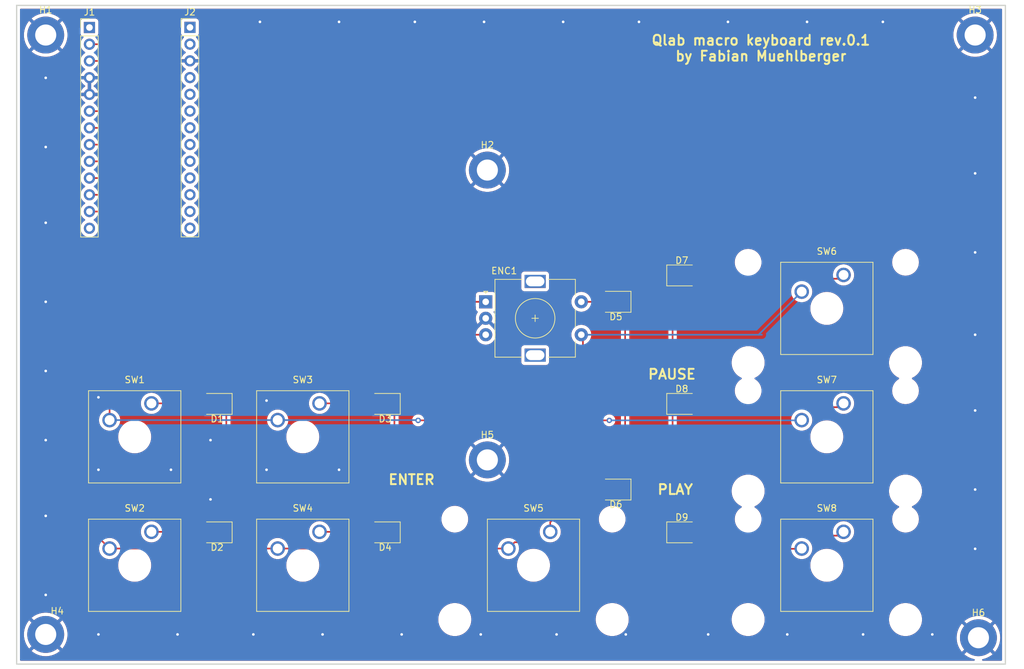
<source format=kicad_pcb>
(kicad_pcb (version 20211014) (generator pcbnew)
  (layers (0 "F.Cu" signal) (31 "B.Cu" signal) (34 "B.Paste" user) (35 "F.Paste" user) (36 "B.SilkS" user "B.Silkscreen") (37 "F.SilkS" user "F.Silkscreen") (38 "B.Mask" user) (39 "F.Mask" user) (44 "Edge.Cuts" user))
  (net 0 "")
  (net 1 "GND")
  (net 2 "D0")
  (net 3 "D1")
  (net 4 "D2")
  (net 5 "D3")
  (net 6 "D4")
  (net 7 "D5")
  (net 8 "D6")
  (net 9 "D7")
  (net 10 "D9")
  (net 11 "D8")
  (net 12 "D+")
  (net 13 "D-")
  (net 14 "RAW")
  (net 15 "NRESET")
  (net 16 "+3V3")
  (net 17 "A3")
  (net 18 "A2")
  (net 19 "A1")
  (net 20 "A0")
  (net 21 "SCLK")
  (net 22 "MSIO")
  (net 23 "MOSI")
  (net 24 "D10")
  (net 25 "Net-(D1-Pad2)")
  (net 26 "Net-(D2-Pad2)")
  (net 27 "Net-(D3-Pad2)")
  (net 28 "Net-(D4-Pad2)")
  (net 29 "Net-(D6-Pad2)")
  (net 30 "Net-(D7-Pad2)")
  (net 31 "Net-(D8-Pad2)")
  (net 32 "Net-(D9-Pad2)")
  (net 33 "Net-(D5-Pad2)")
  (footprint "Diode_SMD:D_1210_3225Metric" (layer "F.Cu") (at 126.5 81 180)
    (fp_text reference "D5" (at 0 -2.28) (layer "F.SilkS"))
    (fp_text value "D")
    (fp_line (start -2.285 1.585) (end 1.6 1.585) (layer "F.SilkS") (width 0.12))
    (fp_line (start 1.6 -1.585) (end -2.285 -1.585) (layer "F.SilkS") (width 0.12))
    (fp_line (start -2.285 -1.585) (end -2.285 1.585) (layer "F.SilkS") (width 0.12))
    (pad "1" smd roundrect locked (at -1.4 0 180) (size 1.25 2.65) (layers "F.Cu" "F.Paste" "F.Mask") (roundrect_rratio 0.2) (net 3 "D1"))
    (pad "2" smd roundrect locked (at 1.4 0 180) (size 1.25 2.65) (layers "F.Cu" "F.Paste" "F.Mask") (roundrect_rratio 0.2) (net 33 "Net-(D5-Pad2)"))
  )
  (footprint "CherryMX:CherryMX_1.00u" (layer "F.Cu") (at 53.5 101.5)
    (fp_text reference "SW1" (at 0 -8.6625) (layer "F.SilkS"))
    (fp_text value "CherryMX")
    (fp_line (start 7 7) (end -7 7) (layer "F.SilkS") (width 0.12))
    (fp_line (start -7 -7) (end -7 7) (layer "F.SilkS") (width 0.12))
    (fp_line (start -7 -7) (end 7 -7) (layer "F.SilkS") (width 0.12))
    (fp_line (start 7 -7) (end 7 7) (layer "F.SilkS") (width 0.12))
    (pad "" np_thru_hole circle (at 0 0) (size 4 4) (drill 4) (layers *.Cu *.Mask))
    (pad "1" thru_hole circle (at -3.81 -2.54) (size 2.2 2.2) (drill 1.5) (layers *.Cu *.Mask) (net 9 "D7"))
    (pad "2" thru_hole circle (at 2.54 -5.08) (size 2.2 2.2) (drill 1.5) (layers *.Cu *.Mask) (net 25 "Net-(D1-Pad2)"))
  )
  (footprint "Rotary_Encoder:RotaryEncoder_Alps_EC11E-Switch_Vertical_H20mm" (layer "F.Cu") (at 106.75 81)
    (fp_text reference "ENC1" (at 2.8 -4.7) (layer "F.SilkS"))
    (fp_text value "RotaryEncoder_Switch")
    (fp_line (start 13.6 1.2) (end 13.6 3.8) (layer "F.SilkS") (width 0.12))
    (fp_line (start 7.5 2) (end 7.5 3) (layer "F.SilkS") (width 0.12))
    (fp_line (start 5.5 -3.4) (end 1.4 -3.4) (layer "F.SilkS") (width 0.12))
    (fp_line (start 0.3 -1.6) (end 0 -1.3) (layer "F.SilkS") (width 0.12))
    (fp_line (start 5.5 8.4) (end 1.4 8.4) (layer "F.SilkS") (width 0.12))
    (fp_line (start -0.3 -1.6) (end 0.3 -1.6) (layer "F.SilkS") (width 0.12))
    (fp_line (start 13.6 8.4) (end 9.5 8.4) (layer "F.SilkS") (width 0.12))
    (fp_line (start 1.4 -3.4) (end 1.4 8.4) (layer "F.SilkS") (width 0.12))
    (fp_line (start 0 -1.3) (end -0.3 -1.6) (layer "F.SilkS") (width 0.12))
    (fp_line (start 7 2.5) (end 8 2.5) (layer "F.SilkS") (width 0.12))
    (fp_line (start 13.6 6) (end 13.6 8.4) (layer "F.SilkS") (width 0.12))
    (fp_line (start 9.5 -3.4) (end 13.6 -3.4) (layer "F.SilkS") (width 0.12))
    (fp_line (start 13.6 -3.4) (end 13.6 -1) (layer "F.SilkS") (width 0.12))
    (fp_circle (center 7.5 2.5) (end 10.5 2.5) (layer "F.SilkS") (width 0.12) (fill none))
    (pad "A" thru_hole rect locked (at 0 0) (size 2 2) (drill 1) (layers *.Cu *.Mask) (net 4 "D2"))
    (pad "B" thru_hole circle locked (at 0 5) (size 2 2) (drill 1) (layers *.Cu *.Mask) (net 5 "D3"))
    (pad "C" thru_hole circle locked (at 0 2.5) (size 2 2) (drill 1) (layers *.Cu *.Mask) (net 1 "GND"))
    (pad "MP" thru_hole rect locked (at 7.5 8.1) (size 3.2 2) (drill oval 2.8 1.5) (layers *.Cu *.Mask))
    (pad "MP" thru_hole rect locked (at 7.5 -3.1) (size 3.2 2) (drill oval 2.8 1.5) (layers *.Cu *.Mask))
    (pad "S1" thru_hole circle locked (at 14.5 5) (size 2 2) (drill 1) (layers *.Cu *.Mask) (net 6 "D4"))
    (pad "S2" thru_hole circle locked (at 14.5 0) (size 2 2) (drill 1) (layers *.Cu *.Mask) (net 33 "Net-(D5-Pad2)"))
  )
  (footprint "CherryMX_StabWireBottom:CherryMX_2.00u_StabWireBottom" (layer "F.Cu") (at 158.5 121)
    (fp_text reference "SW8" (at 0 -8.6625) (layer "F.SilkS"))
    (fp_text value "CherryMX")
    (fp_line (start 7 -7) (end 7 7) (layer "F.SilkS") (width 0.12))
    (fp_line (start -7 -7) (end 7 -7) (layer "F.SilkS") (width 0.12))
    (fp_line (start -7 -7) (end -7 7) (layer "F.SilkS") (width 0.12))
    (fp_line (start 7 7) (end -7 7) (layer "F.SilkS") (width 0.12))
    (pad "" np_thru_hole circle (at 0 0) (size 4 4) (drill 4) (layers *.Cu *.Mask))
    (pad "" np_thru_hole circle (at -11.938 8.24) (size 4 4) (drill 4) (layers *.Cu *.Mask))
    (pad "" np_thru_hole circle (at 11.938 -7) (size 3.05 3.05) (drill 3.05) (layers *.Cu *.Mask))
    (pad "" np_thru_hole circle (at 11.938 8.24) (size 4 4) (drill 4) (layers *.Cu *.Mask))
    (pad "" np_thru_hole circle (at -11.938 -7) (size 3.05 3.05) (drill 3.05) (layers *.Cu *.Mask))
    (pad "1" thru_hole circle (at -3.81 -2.54) (size 2.2 2.2) (drill 1.5) (layers *.Cu *.Mask) (net 11 "D8"))
    (pad "2" thru_hole circle (at 2.54 -5.08) (size 2.2 2.2) (drill 1.5) (layers *.Cu *.Mask) (net 32 "Net-(D9-Pad2)"))
  )
  (footprint "CherryMX:CherryMX_1.00u" (layer "F.Cu") (at 79 121)
    (fp_text reference "SW4" (at 0 -8.6625) (layer "F.SilkS"))
    (fp_text value "CherryMX")
    (fp_line (start -7 -7) (end 7 -7) (layer "F.SilkS") (width 0.12))
    (fp_line (start 7 7) (end -7 7) (layer "F.SilkS") (width 0.12))
    (fp_line (start -7 -7) (end -7 7) (layer "F.SilkS") (width 0.12))
    (fp_line (start 7 -7) (end 7 7) (layer "F.SilkS") (width 0.12))
    (pad "" np_thru_hole circle (at 0 0) (size 4 4) (drill 4) (layers *.Cu *.Mask))
    (pad "1" thru_hole circle (at -3.81 -2.54) (size 2.2 2.2) (drill 1.5) (layers *.Cu *.Mask) (net 11 "D8"))
    (pad "2" thru_hole circle (at 2.54 -5.08) (size 2.2 2.2) (drill 1.5) (layers *.Cu *.Mask) (net 28 "Net-(D4-Pad2)"))
  )
  (footprint "CherryMX_StabWireBottom:CherryMX_2.00u_StabWireBottom" (layer "F.Cu") (at 158.5 82)
    (fp_text reference "SW6" (at 0 -8.6625) (layer "F.SilkS"))
    (fp_text value "CherryMX")
    (fp_line (start -7 -7) (end -7 7) (layer "F.SilkS") (width 0.12))
    (fp_line (start 7 -7) (end 7 7) (layer "F.SilkS") (width 0.12))
    (fp_line (start -7 -7) (end 7 -7) (layer "F.SilkS") (width 0.12))
    (fp_line (start 7 7) (end -7 7) (layer "F.SilkS") (width 0.12))
    (pad "" np_thru_hole circle (at -11.938 8.24) (size 4 4) (drill 4) (layers *.Cu *.Mask))
    (pad "" np_thru_hole circle (at -11.938 -7) (size 3.05 3.05) (drill 3.05) (layers *.Cu *.Mask))
    (pad "" np_thru_hole circle (at 0 0) (size 4 4) (drill 4) (layers *.Cu *.Mask))
    (pad "" np_thru_hole circle (at 11.938 -7) (size 3.05 3.05) (drill 3.05) (layers *.Cu *.Mask))
    (pad "" np_thru_hole circle (at 11.938 8.24) (size 4 4) (drill 4) (layers *.Cu *.Mask))
    (pad "1" thru_hole circle (at -3.81 -2.54) (size 2.2 2.2) (drill 1.5) (layers *.Cu *.Mask) (net 6 "D4"))
    (pad "2" thru_hole circle (at 2.54 -5.08) (size 2.2 2.2) (drill 1.5) (layers *.Cu *.Mask) (net 30 "Net-(D7-Pad2)"))
  )
  (footprint "Diode_SMD:D_1210_3225Metric" (layer "F.Cu") (at 91.5 116 180)
    (fp_text reference "D4" (at 0 -2.28) (layer "F.SilkS"))
    (fp_text value "D")
    (fp_line (start -2.285 1.585) (end 1.6 1.585) (layer "F.SilkS") (width 0.12))
    (fp_line (start -2.285 -1.585) (end -2.285 1.585) (layer "F.SilkS") (width 0.12))
    (fp_line (start 1.6 -1.585) (end -2.285 -1.585) (layer "F.SilkS") (width 0.12))
    (pad "1" smd roundrect locked (at -1.4 0 180) (size 1.25 2.65) (layers "F.Cu" "F.Paste" "F.Mask") (roundrect_rratio 0.2) (net 7 "D5"))
    (pad "2" smd roundrect locked (at 1.4 0 180) (size 1.25 2.65) (layers "F.Cu" "F.Paste" "F.Mask") (roundrect_rratio 0.2) (net 28 "Net-(D4-Pad2)"))
  )
  (footprint "MountingHole:MountingHole_3.2mm_M3_DIN965_Pad" (layer "F.Cu") (at 40 131.5)
    (fp_text reference "H4" (at 1.75 -3.55) (layer "F.SilkS"))
    (fp_text value "MountingHole_Pad")
    (pad "1" thru_hole circle locked (at 0 0) (size 5.6 5.6) (drill 3.2) (layers *.Cu *.Mask) (net 1 "GND"))
  )
  (footprint "MountingHole:MountingHole_3.2mm_M3_DIN965_Pad" (layer "F.Cu") (at 181 40.5)
    (fp_text reference "H3" (at 0 -3.8) (layer "F.SilkS"))
    (fp_text value "MountingHole_Pad")
    (pad "1" thru_hole circle locked (at 0 0) (size 5.6 5.6) (drill 3.2) (layers *.Cu *.Mask) (net 1 "GND"))
  )
  (footprint "Diode_SMD:D_1210_3225Metric" (layer "F.Cu") (at 136.5 96.5)
    (fp_text reference "D8" (at 0 -2.28) (layer "F.SilkS"))
    (fp_text value "D")
    (fp_line (start 1.6 -1.585) (end -2.285 -1.585) (layer "F.SilkS") (width 0.12))
    (fp_line (start -2.285 -1.585) (end -2.285 1.585) (layer "F.SilkS") (width 0.12))
    (fp_line (start -2.285 1.585) (end 1.6 1.585) (layer "F.SilkS") (width 0.12))
    (pad "1" smd roundrect locked (at -1.4 0) (size 1.25 2.65) (layers "F.Cu" "F.Paste" "F.Mask") (roundrect_rratio 0.2) (net 2 "D0"))
    (pad "2" smd roundrect locked (at 1.4 0) (size 1.25 2.65) (layers "F.Cu" "F.Paste" "F.Mask") (roundrect_rratio 0.2) (net 31 "Net-(D8-Pad2)"))
  )
  (footprint "Diode_SMD:D_1210_3225Metric" (layer "F.Cu") (at 66 96.5 180)
    (fp_text reference "D1" (at 0 -2.28) (layer "F.SilkS"))
    (fp_text value "D")
    (fp_line (start -2.285 -1.585) (end -2.285 1.585) (layer "F.SilkS") (width 0.12))
    (fp_line (start -2.285 1.585) (end 1.6 1.585) (layer "F.SilkS") (width 0.12))
    (fp_line (start 1.6 -1.585) (end -2.285 -1.585) (layer "F.SilkS") (width 0.12))
    (pad "1" smd roundrect locked (at -1.4 0 180) (size 1.25 2.65) (layers "F.Cu" "F.Paste" "F.Mask") (roundrect_rratio 0.2) (net 8 "D6"))
    (pad "2" smd roundrect locked (at 1.4 0 180) (size 1.25 2.65) (layers "F.Cu" "F.Paste" "F.Mask") (roundrect_rratio 0.2) (net 25 "Net-(D1-Pad2)"))
  )
  (footprint "CherryMX_StabWireBottom:CherryMX_2.00u_StabWireBottom" (layer "F.Cu") (at 158.5 101.5)
    (fp_text reference "SW7" (at 0 -8.6625) (layer "F.SilkS"))
    (fp_text value "CherryMX")
    (fp_line (start 7 7) (end -7 7) (layer "F.SilkS") (width 0.12))
    (fp_line (start -7 -7) (end -7 7) (layer "F.SilkS") (width 0.12))
    (fp_line (start -7 -7) (end 7 -7) (layer "F.SilkS") (width 0.12))
    (fp_line (start 7 -7) (end 7 7) (layer "F.SilkS") (width 0.12))
    (pad "" np_thru_hole circle (at 0 0) (size 4 4) (drill 4) (layers *.Cu *.Mask))
    (pad "" np_thru_hole circle (at 11.938 -7) (size 3.05 3.05) (drill 3.05) (layers *.Cu *.Mask))
    (pad "" np_thru_hole circle (at 11.938 8.24) (size 4 4) (drill 4) (layers *.Cu *.Mask))
    (pad "" np_thru_hole circle (at -11.938 8.24) (size 4 4) (drill 4) (layers *.Cu *.Mask))
    (pad "" np_thru_hole circle (at -11.938 -7) (size 3.05 3.05) (drill 3.05) (layers *.Cu *.Mask))
    (pad "1" thru_hole circle (at -3.81 -2.54) (size 2.2 2.2) (drill 1.5) (layers *.Cu *.Mask) (net 9 "D7"))
    (pad "2" thru_hole circle (at 2.54 -5.08) (size 2.2 2.2) (drill 1.5) (layers *.Cu *.Mask) (net 31 "Net-(D8-Pad2)"))
  )
  (footprint "Diode_SMD:D_1210_3225Metric" (layer "F.Cu") (at 136.5 116)
    (fp_text reference "D9" (at 0 -2.28) (layer "F.SilkS"))
    (fp_text value "D")
    (fp_line (start 1.6 -1.585) (end -2.285 -1.585) (layer "F.SilkS") (width 0.12))
    (fp_line (start -2.285 -1.585) (end -2.285 1.585) (layer "F.SilkS") (width 0.12))
    (fp_line (start -2.285 1.585) (end 1.6 1.585) (layer "F.SilkS") (width 0.12))
    (pad "1" smd roundrect locked (at -1.4 0) (size 1.25 2.65) (layers "F.Cu" "F.Paste" "F.Mask") (roundrect_rratio 0.2) (net 2 "D0"))
    (pad "2" smd roundrect locked (at 1.4 0) (size 1.25 2.65) (layers "F.Cu" "F.Paste" "F.Mask") (roundrect_rratio 0.2) (net 32 "Net-(D9-Pad2)"))
  )
  (footprint "Diode_SMD:D_1210_3225Metric" (layer "F.Cu") (at 66 116 180)
    (fp_text reference "D2" (at 0 -2.28) (layer "F.SilkS"))
    (fp_text value "D")
    (fp_line (start -2.285 1.585) (end 1.6 1.585) (layer "F.SilkS") (width 0.12))
    (fp_line (start 1.6 -1.585) (end -2.285 -1.585) (layer "F.SilkS") (width 0.12))
    (fp_line (start -2.285 -1.585) (end -2.285 1.585) (layer "F.SilkS") (width 0.12))
    (pad "1" smd roundrect locked (at -1.4 0 180) (size 1.25 2.65) (layers "F.Cu" "F.Paste" "F.Mask") (roundrect_rratio 0.2) (net 8 "D6"))
    (pad "2" smd roundrect locked (at 1.4 0 180) (size 1.25 2.65) (layers "F.Cu" "F.Paste" "F.Mask") (roundrect_rratio 0.2) (net 26 "Net-(D2-Pad2)"))
  )
  (footprint "MountingHole:MountingHole_3.2mm_M3_DIN965_Pad" (layer "F.Cu") (at 40 40.5)
    (fp_text reference "H1" (at 0 -3.8) (layer "F.SilkS"))
    (fp_text value "MountingHole_Pad")
    (pad "1" thru_hole circle locked (at 0 0) (size 5.6 5.6) (drill 3.2) (layers *.Cu *.Mask) (net 1 "GND"))
  )
  (footprint "Diode_SMD:D_1210_3225Metric" (layer "F.Cu") (at 91.5 96.5 180)
    (fp_text reference "D3" (at 0 -2.28) (layer "F.SilkS"))
    (fp_text value "D")
    (fp_line (start -2.285 1.585) (end 1.6 1.585) (layer "F.SilkS") (width 0.12))
    (fp_line (start 1.6 -1.585) (end -2.285 -1.585) (layer "F.SilkS") (width 0.12))
    (fp_line (start -2.285 -1.585) (end -2.285 1.585) (layer "F.SilkS") (width 0.12))
    (pad "1" smd roundrect locked (at -1.4 0 180) (size 1.25 2.65) (layers "F.Cu" "F.Paste" "F.Mask") (roundrect_rratio 0.2) (net 7 "D5"))
    (pad "2" smd roundrect locked (at 1.4 0 180) (size 1.25 2.65) (layers "F.Cu" "F.Paste" "F.Mask") (roundrect_rratio 0.2) (net 27 "Net-(D3-Pad2)"))
  )
  (footprint "CherryMX_StabWireBottom:CherryMX_2.00u_StabWireBottom" (layer "F.Cu") (at 114 121)
    (fp_text reference "SW5" (at 0 -8.6625) (layer "F.SilkS"))
    (fp_text value "CherryMX")
    (fp_line (start -7 -7) (end -7 7) (layer "F.SilkS") (width 0.12))
    (fp_line (start 7 7) (end -7 7) (layer "F.SilkS") (width 0.12))
    (fp_line (start 7 -7) (end 7 7) (layer "F.SilkS") (width 0.12))
    (fp_line (start -7 -7) (end 7 -7) (layer "F.SilkS") (width 0.12))
    (pad "" np_thru_hole circle (at 11.938 8.24) (size 4 4) (drill 4) (layers *.Cu *.Mask))
    (pad "" np_thru_hole circle (at -11.938 8.24) (size 4 4) (drill 4) (layers *.Cu *.Mask))
    (pad "" np_thru_hole circle (at 11.938 -7) (size 3.05 3.05) (drill 3.05) (layers *.Cu *.Mask))
    (pad "" np_thru_hole circle (at 0 0) (size 4 4) (drill 4) (layers *.Cu *.Mask))
    (pad "" np_thru_hole circle (at -11.938 -7) (size 3.05 3.05) (drill 3.05) (layers *.Cu *.Mask))
    (pad "1" thru_hole circle (at -3.81 -2.54) (size 2.2 2.2) (drill 1.5) (layers *.Cu *.Mask) (net 11 "D8"))
    (pad "2" thru_hole circle (at 2.54 -5.08) (size 2.2 2.2) (drill 1.5) (layers *.Cu *.Mask) (net 29 "Net-(D6-Pad2)"))
  )
  (footprint "MountingHole:MountingHole_3.2mm_M3_DIN965_Pad" (layer "F.Cu") (at 181.5 132)
    (fp_text reference "H6" (at 0 -3.8) (layer "F.SilkS"))
    (fp_text value "MountingHole_Pad")
    (pad "1" thru_hole circle locked (at 0 0) (size 5.6 5.6) (drill 3.2) (layers *.Cu *.Mask) (net 1 "GND"))
  )
  (footprint "MountingHole:MountingHole_3.2mm_M3_DIN965_Pad" (layer "F.Cu") (at 107 105)
    (fp_text reference "H5" (at 0 -3.8) (layer "F.SilkS"))
    (fp_text value "MountingHole_Pad")
    (pad "1" thru_hole circle locked (at 0 0) (size 5.6 5.6) (drill 3.2) (layers *.Cu *.Mask) (net 1 "GND"))
  )
  (footprint "Diode_SMD:D_1210_3225Metric" (layer "F.Cu") (at 136.5 77)
    (fp_text reference "D7" (at 0 -2.28) (layer "F.SilkS"))
    (fp_text value "D")
    (fp_line (start -2.285 -1.585) (end -2.285 1.585) (layer "F.SilkS") (width 0.12))
    (fp_line (start -2.285 1.585) (end 1.6 1.585) (layer "F.SilkS") (width 0.12))
    (fp_line (start 1.6 -1.585) (end -2.285 -1.585) (layer "F.SilkS") (width 0.12))
    (pad "1" smd roundrect locked (at -1.4 0) (size 1.25 2.65) (layers "F.Cu" "F.Paste" "F.Mask") (roundrect_rratio 0.2) (net 2 "D0"))
    (pad "2" smd roundrect locked (at 1.4 0) (size 1.25 2.65) (layers "F.Cu" "F.Paste" "F.Mask") (roundrect_rratio 0.2) (net 30 "Net-(D7-Pad2)"))
  )
  (footprint "Connector_PinHeader_2.54mm:PinHeader_1x13_P2.54mm_Vertical" (layer "F.Cu") (at 61.884 39.34)
    (fp_text reference "J2" (at 0 -2.33) (layer "F.SilkS"))
    (fp_text value "Conn_01x13")
    (fp_line (start -1.33 1.27) (end -1.33 31.81) (layer "F.SilkS") (width 0.12))
    (fp_line (start -1.33 31.81) (end 1.33 31.81) (layer "F.SilkS") (width 0.12))
    (fp_line (start -1.33 0) (end -1.33 -1.33) (layer "F.SilkS") (width 0.12))
    (fp_line (start -1.33 1.27) (end 1.33 1.27) (layer "F.SilkS") (width 0.12))
    (fp_line (start 1.33 1.27) (end 1.33 31.81) (layer "F.SilkS") (width 0.12))
    (fp_line (start -1.33 -1.33) (end 0 -1.33) (layer "F.SilkS") (width 0.12))
    (pad "1" thru_hole rect locked (at 0 0) (size 1.7 1.7) (drill 1) (layers *.Cu *.Mask) (net 13 "D-"))
    (pad "2" thru_hole oval locked (at 0 2.54) (size 1.7 1.7) (drill 1) (layers *.Cu *.Mask) (net 14 "RAW"))
    (pad "3" thru_hole oval locked (at 0 5.08) (size 1.7 1.7) (drill 1) (layers *.Cu *.Mask) (net 1 "GND"))
    (pad "4" thru_hole oval locked (at 0 7.62) (size 1.7 1.7) (drill 1) (layers *.Cu *.Mask) (net 15 "NRESET"))
    (pad "5" thru_hole oval locked (at 0 10.16) (size 1.7 1.7) (drill 1) (layers *.Cu *.Mask) (net 16 "+3V3"))
    (pad "6" thru_hole oval locked (at 0 12.7) (size 1.7 1.7) (drill 1) (layers *.Cu *.Mask) (net 17 "A3"))
    (pad "7" thru_hole oval locked (at 0 15.24) (size 1.7 1.7) (drill 1) (layers *.Cu *.Mask) (net 18 "A2"))
    (pad "8" thru_hole oval locked (at 0 17.78) (size 1.7 1.7) (drill 1) (layers *.Cu *.Mask) (net 19 "A1"))
    (pad "9" thru_hole oval locked (at 0 20.32) (size 1.7 1.7) (drill 1) (layers *.Cu *.Mask) (net 20 "A0"))
    (pad "10" thru_hole oval locked (at 0 22.86) (size 1.7 1.7) (drill 1) (layers *.Cu *.Mask) (net 21 "SCLK"))
    (pad "11" thru_hole oval locked (at 0 25.4) (size 1.7 1.7) (drill 1) (layers *.Cu *.Mask) (net 22 "MSIO"))
    (pad "12" thru_hole oval locked (at 0 27.94) (size 1.7 1.7) (drill 1) (layers *.Cu *.Mask) (net 23 "MOSI"))
    (pad "13" thru_hole oval locked (at 0 30.48) (size 1.7 1.7) (drill 1) (layers *.Cu *.Mask) (net 24 "D10"))
  )
  (footprint "CherryMX:CherryMX_1.00u" (layer "F.Cu") (at 79 101.5)
    (fp_text reference "SW3" (at 0 -8.6625) (layer "F.SilkS"))
    (fp_text value "CherryMX")
    (fp_line (start -7 -7) (end -7 7) (layer "F.SilkS") (width 0.12))
    (fp_line (start 7 -7) (end 7 7) (layer "F.SilkS") (width 0.12))
    (fp_line (start -7 -7) (end 7 -7) (layer "F.SilkS") (width 0.12))
    (fp_line (start 7 7) (end -7 7) (layer "F.SilkS") (width 0.12))
    (pad "" np_thru_hole circle (at 0 0) (size 4 4) (drill 4) (layers *.Cu *.Mask))
    (pad "1" thru_hole circle (at -3.81 -2.54) (size 2.2 2.2) (drill 1.5) (layers *.Cu *.Mask) (net 9 "D7"))
    (pad "2" thru_hole circle (at 2.54 -5.08) (size 2.2 2.2) (drill 1.5) (layers *.Cu *.Mask) (net 27 "Net-(D3-Pad2)"))
  )
  (footprint "Diode_SMD:D_1210_3225Metric" (layer "F.Cu") (at 126.5 109.5 180)
    (fp_text reference "D6" (at 0 -2.28) (layer "F.SilkS"))
    (fp_text value "D")
    (fp_line (start -2.285 -1.585) (end -2.285 1.585) (layer "F.SilkS") (width 0.12))
    (fp_line (start -2.285 1.585) (end 1.6 1.585) (layer "F.SilkS") (width 0.12))
    (fp_line (start 1.6 -1.585) (end -2.285 -1.585) (layer "F.SilkS") (width 0.12))
    (pad "1" smd roundrect locked (at -1.4 0 180) (size 1.25 2.65) (layers "F.Cu" "F.Paste" "F.Mask") (roundrect_rratio 0.2) (net 3 "D1"))
    (pad "2" smd roundrect locked (at 1.4 0 180) (size 1.25 2.65) (layers "F.Cu" "F.Paste" "F.Mask") (roundrect_rratio 0.2) (net 29 "Net-(D6-Pad2)"))
  )
  (footprint "CherryMX:CherryMX_1.00u" (layer "F.Cu") (at 53.5 121)
    (fp_text reference "SW2" (at 0 -8.6625) (layer "F.SilkS"))
    (fp_text value "CherryMX")
    (fp_line (start -7 -7) (end -7 7) (layer "F.SilkS") (width 0.12))
    (fp_line (start 7 -7) (end 7 7) (layer "F.SilkS") (width 0.12))
    (fp_line (start -7 -7) (end 7 -7) (layer "F.SilkS") (width 0.12))
    (fp_line (start 7 7) (end -7 7) (layer "F.SilkS") (width 0.12))
    (pad "" np_thru_hole circle (at 0 0) (size 4 4) (drill 4) (layers *.Cu *.Mask))
    (pad "1" thru_hole circle (at -3.81 -2.54) (size 2.2 2.2) (drill 1.5) (layers *.Cu *.Mask) (net 11 "D8"))
    (pad "2" thru_hole circle (at 2.54 -5.08) (size 2.2 2.2) (drill 1.5) (layers *.Cu *.Mask) (net 26 "Net-(D2-Pad2)"))
  )
  (footprint "MountingHole:MountingHole_3.2mm_M3_DIN965_Pad" (layer "F.Cu") (at 107 61)
    (fp_text reference "H2" (at 0 -3.8) (layer "F.SilkS"))
    (fp_text value "MountingHole_Pad")
    (pad "1" thru_hole circle locked (at 0 0) (size 5.6 5.6) (drill 3.2) (layers *.Cu *.Mask) (net 1 "GND"))
  )
  (footprint "Connector_PinHeader_2.54mm:PinHeader_1x13_P2.54mm_Vertical" (layer "F.Cu") (at 46.634 39.355)
    (fp_text reference "J1" (at 0 -2.33) (layer "F.SilkS"))
    (fp_text value "Conn_01x13")
    (fp_line (start -1.33 -1.33) (end 0 -1.33) (layer "F.SilkS") (width 0.12))
    (fp_line (start 1.33 1.27) (end 1.33 31.81) (layer "F.SilkS") (width 0.12))
    (fp_line (start -1.33 31.81) (end 1.33 31.81) (layer "F.SilkS") (width 0.12))
    (fp_line (start -1.33 1.27) (end -1.33 31.81) (layer "F.SilkS") (width 0.12))
    (fp_line (start -1.33 0) (end -1.33 -1.33) (layer "F.SilkS") (width 0.12))
    (fp_line (start -1.33 1.27) (end 1.33 1.27) (layer "F.SilkS") (width 0.12))
    (pad "1" thru_hole rect locked (at 0 0) (size 1.7 1.7) (drill 1) (layers *.Cu *.Mask) (net 12 "D+"))
    (pad "2" thru_hole oval locked (at 0 2.54) (size 1.7 1.7) (drill 1) (layers *.Cu *.Mask) (net 2 "D0"))
    (pad "3" thru_hole oval locked (at 0 5.08) (size 1.7 1.7) (drill 1) (layers *.Cu *.Mask) (net 3 "D1"))
    (pad "4" thru_hole oval locked (at 0 7.62) (size 1.7 1.7) (drill 1) (layers *.Cu *.Mask) (net 1 "GND"))
    (pad "5" thru_hole oval locked (at 0 10.16) (size 1.7 1.7) (drill 1) (layers *.Cu *.Mask) (net 1 "GND"))
    (pad "6" thru_hole oval locked (at 0 12.7) (size 1.7 1.7) (drill 1) (layers *.Cu *.Mask) (net 4 "D2"))
    (pad "7" thru_hole oval locked (at 0 15.24) (size 1.7 1.7) (drill 1) (layers *.Cu *.Mask) (net 5 "D3"))
    (pad "8" thru_hole oval locked (at 0 17.78) (size 1.7 1.7) (drill 1) (layers *.Cu *.Mask) (net 6 "D4"))
    (pad "9" thru_hole oval locked (at 0 20.32) (size 1.7 1.7) (drill 1) (layers *.Cu *.Mask) (net 7 "D5"))
    (pad "10" thru_hole oval locked (at 0 22.86) (size 1.7 1.7) (drill 1) (layers *.Cu *.Mask) (net 8 "D6"))
    (pad "11" thru_hole oval locked (at 0 25.4) (size 1.7 1.7) (drill 1) (layers *.Cu *.Mask) (net 9 "D7"))
    (pad "12" thru_hole oval locked (at 0 27.94) (size 1.7 1.7) (drill 1) (layers *.Cu *.Mask) (net 11 "D8"))
    (pad "13" thru_hole oval locked (at 0 30.48) (size 1.7 1.7) (drill 1) (layers *.Cu *.Mask) (net 10 "D9"))
  )
  (gr_rect (start 35.59 36) (end 185.59 136) (layer "Edge.Cuts") (width 0.2) (fill none))
  (gr_text "Qlab macro keyboard rev.0.1\nby Fabian Muehlberger" (at 148.5 42.5) (layer "F.SilkS") (effects (font (size 1.5 1.5) (thickness 0.3))))
  (gr_text "ENTER" (at 95.5 108) (layer "F.SilkS") (effects (font (size 1.5 1.5) (thickness 0.3))))
  (gr_text "PAUSE\n" (at 135 92) (layer "F.SilkS") (effects (font (size 1.5 1.5) (thickness 0.3))))
  (gr_text "PLAY" (at 135.5 109.5) (layer "F.SilkS") (effects (font (size 1.5 1.5) (thickness 0.3))))
  (via (at 181 73.5) (size 0.8) (drill 0.4) (layers "F.Cu" "B.Cu") (net 1))
  (via (at 181 50) (size 0.8) (drill 0.4) (layers "F.Cu" "B.Cu") (net 1))
  (via (at 65 111) (size 0.8) (drill 0.4) (layers "F.Cu" "B.Cu") (net 1))
  (via (at 94 131.5) (size 0.8) (drill 0.4) (layers "F.Cu" "B.Cu") (net 1))
  (via (at 167 38.5) (size 0.8) (drill 0.4) (layers "F.Cu" "B.Cu") (net 1))
  (via (at 40 91.5) (size 0.8) (drill 0.4) (layers "F.Cu" "B.Cu") (net 1))
  (via (at 106.5 38.5) (size 0.8) (drill 0.4) (layers "F.Cu" "B.Cu") (net 1))
  (via (at 130 38.5) (size 0.8) (drill 0.4) (layers "F.Cu" "B.Cu") (net 1))
  (via (at 65 102) (size 0.8) (drill 0.4) (layers "F.Cu" "B.Cu") (net 1))
  (via (at 164 131.5) (size 0.8) (drill 0.4) (layers "F.Cu" "B.Cu") (net 1))
  (via (at 48 106.5) (size 0.8) (drill 0.4) (layers "F.Cu" "B.Cu") (net 1))
  (via (at 117.5 131.5) (size 0.8) (drill 0.4) (layers "F.Cu" "B.Cu") (net 1))
  (via (at 181 109.5) (size 0.8) (drill 0.4) (layers "F.Cu" "B.Cu") (net 1))
  (via (at 152.5 131.5) (size 0.8) (drill 0.4) (layers "F.Cu" "B.Cu") (net 1))
  (via (at 40 47) (size 0.8) (drill 0.4) (layers "F.Cu" "B.Cu") (net 1))
  (via (at 73.5 106.5) (size 0.8) (drill 0.4) (layers "F.Cu" "B.Cu") (net 1))
  (via (at 40 57.5) (size 0.8) (drill 0.4) (layers "F.Cu" "B.Cu") (net 1))
  (via (at 40 69) (size 0.8) (drill 0.4) (layers "F.Cu" "B.Cu") (net 1))
  (via (at 181 118.5) (size 0.8) (drill 0.4) (layers "F.Cu" "B.Cu") (net 1))
  (via (at 71.5 131.5) (size 0.8) (drill 0.4) (layers "F.Cu" "B.Cu") (net 1))
  (via (at 143.5 38.5) (size 0.8) (drill 0.4) (layers "F.Cu" "B.Cu") (net 1))
  (via (at 181 86) (size 0.8) (drill 0.4) (layers "F.Cu" "B.Cu") (net 1))
  (via (at 59 106.5) (size 0.8) (drill 0.4) (layers "F.Cu" "B.Cu") (net 1))
  (via (at 128 131.5) (size 0.8) (drill 0.4) (layers "F.Cu" "B.Cu") (net 1))
  (via (at 96 38.5) (size 0.8) (drill 0.4) (layers "F.Cu" "B.Cu") (net 1))
  (via (at 48 131.5) (size 0.8) (drill 0.4) (layers "F.Cu" "B.Cu") (net 1))
  (via (at 84.5 106.5) (size 0.8) (drill 0.4) (layers "F.Cu" "B.Cu") (net 1))
  (via (at 72.5 38.5) (size 0.8) (drill 0.4) (layers "F.Cu" "B.Cu") (net 1))
  (via (at 60 131.5) (size 0.8) (drill 0.4) (layers "F.Cu" "B.Cu") (net 1))
  (via (at 84.5 38.5) (size 0.8) (drill 0.4) (layers "F.Cu" "B.Cu") (net 1))
  (via (at 174.5 131.5) (size 0.8) (drill 0.4) (layers "F.Cu" "B.Cu") (net 1))
  (via (at 82 131.5) (size 0.8) (drill 0.4) (layers "F.Cu" "B.Cu") (net 1))
  (via (at 118.5 38.5) (size 0.8) (drill 0.4) (layers "F.Cu" "B.Cu") (net 1))
  (via (at 40 113.5) (size 0.8) (drill 0.4) (layers "F.Cu" "B.Cu") (net 1))
  (via (at 73.5 96) (size 0.8) (drill 0.4) (layers "F.Cu" "B.Cu") (net 1))
  (via (at 40 125.5) (size 0.8) (drill 0.4) (layers "F.Cu" "B.Cu") (net 1))
  (via (at 181 97.5) (size 0.8) (drill 0.4) (layers "F.Cu" "B.Cu") (net 1))
  (via (at 106 131.5) (size 0.8) (drill 0.4) (layers "F.Cu" "B.Cu") (net 1))
  (via (at 40 81) (size 0.8) (drill 0.4) (layers "F.Cu" "B.Cu") (net 1))
  (via (at 155.5 38.5) (size 0.8) (drill 0.4) (layers "F.Cu" "B.Cu") (net 1))
  (via (at 48 95.5) (size 0.8) (drill 0.4) (layers "F.Cu" "B.Cu") (net 1))
  (via (at 181 61.5) (size 0.8) (drill 0.4) (layers "F.Cu" "B.Cu") (net 1))
  (via (at 40 102) (size 0.8) (drill 0.4) (layers "F.Cu" "B.Cu") (net 1))
  (via (at 140.5 131.5) (size 0.8) (drill 0.4) (layers "F.Cu" "B.Cu") (net 1))
  (segment (start 59.5 74) (end 134 74) (width 0.25) (layer "F.Cu") (net 2))
  (segment (start 50.895 41.895) (end 58 49) (width 0.25) (layer "F.Cu") (net 2))
  (segment (start 133.5 74) (end 135.1 75.6) (width 0.25) (layer "F.Cu") (net 2))
  (segment (start 135.1 75.6) (end 135.1 77) (width 0.25) (layer "F.Cu") (net 2))
  (segment (start 135.1 77) (end 135.1 116) (width 0.25) (layer "F.Cu") (net 2))
  (segment (start 46.634 41.895) (end 50.895 41.895) (width 0.25) (layer "F.Cu") (net 2))
  (segment (start 58 72.5) (end 59.5 74) (width 0.25) (layer "F.Cu") (net 2))
  (segment (start 58 49) (end 58 72.5) (width 0.25) (layer "F.Cu") (net 2))
  (segment (start 57 50) (end 57 73) (width 0.25) (layer "F.Cu") (net 3))
  (segment (start 125 75) (end 127.9 77.9) (width 0.25) (layer "F.Cu") (net 3))
  (segment (start 57 73) (end 59 75) (width 0.25) (layer "F.Cu") (net 3))
  (segment (start 46.634 44.435) (end 51.435 44.435) (width 0.25) (layer "F.Cu") (net 3))
  (segment (start 59 75) (end 125 75) (width 0.25) (layer "F.Cu") (net 3))
  (segment (start 127.9 77.9) (end 127.9 81) (width 0.25) (layer "F.Cu") (net 3))
  (segment (start 127.9 81) (end 127.9 109.5) (width 0.25) (layer "F.Cu") (net 3))
  (segment (start 51.435 44.435) (end 57 50) (width 0.25) (layer "F.Cu") (net 3))
  (segment (start 63.5 81) (end 106.75 81) (width 0.25) (layer "F.Cu") (net 4))
  (segment (start 56 73.5) (end 63.5 81) (width 0.25) (layer "F.Cu") (net 4))
  (segment (start 46.634 52.055) (end 51.555 52.055) (width 0.25) (layer "F.Cu") (net 4))
  (segment (start 51.555 52.055) (end 56 56.5) (width 0.25) (layer "F.Cu") (net 4))
  (segment (start 56 56.5) (end 56 73.5) (width 0.25) (layer "F.Cu") (net 4))
  (segment (start 46.634 54.595) (end 50.595 54.595) (width 0.25) (layer "F.Cu") (net 5))
  (segment (start 55 74) (end 67 86) (width 0.25) (layer "F.Cu") (net 5))
  (segment (start 50.595 54.595) (end 55 59) (width 0.25) (layer "F.Cu") (net 5))
  (segment (start 55 59) (end 55 74) (width 0.25) (layer "F.Cu") (net 5))
  (segment (start 67 86) (end 106.75 86) (width 0.25) (layer "F.Cu") (net 5))
  (segment (start 105 92.5) (end 120 92.5) (width 0.25) (layer "F.Cu") (net 6))
  (segment (start 49.635 57.135) (end 54 61.5) (width 0.25) (layer "F.Cu") (net 6))
  (segment (start 67 87.5) (end 100 87.5) (width 0.25) (layer "F.Cu") (net 6))
  (segment (start 121.5 91) (end 121.5 86.25) (width 0.25) (layer "F.Cu") (net 6))
  (segment (start 54 61.5) (end 54 74.5) (width 0.25) (layer "F.Cu") (net 6))
  (segment (start 54 74.5) (end 67 87.5) (width 0.25) (layer "F.Cu") (net 6))
  (segment (start 120 92.5) (end 121.5 91) (width 0.25) (layer "F.Cu") (net 6))
  (segment (start 100 87.5) (end 105 92.5) (width 0.25) (layer "F.Cu") (net 6))
  (segment (start 46.634 57.135) (end 49.635 57.135) (width 0.25) (layer "F.Cu") (net 6))
  (segment (start 121.5 86.25) (end 121.25 86) (width 0.25) (layer "F.Cu") (net 6))
  (segment (start 121.25 86) (end 148.65 86) (width 0.25) (layer "B.Cu") (net 6))
  (segment (start 148.15 86) (end 154.69 79.46) (width 0.25) (layer "B.Cu") (net 6))
  (segment (start 49.175 59.675) (end 53 63.5) (width 0.25) (layer "F.Cu") (net 7))
  (segment (start 89 88.5) (end 92.9 92.4) (width 0.25) (layer "F.Cu") (net 7))
  (segment (start 92.9 92.4) (end 92.9 96.5) (width 0.25) (layer "F.Cu") (net 7))
  (segment (start 92.9 96.5) (end 92.9 116) (width 0.25) (layer "F.Cu") (net 7))
  (segment (start 53 63.5) (end 53 75) (width 0.25) (layer "F.Cu") (net 7))
  (segment (start 66.5 88.5) (end 89 88.5) (width 0.25) (layer "F.Cu") (net 7))
  (segment (start 53 75) (end 66.5 88.5) (width 0.25) (layer "F.Cu") (net 7))
  (segment (start 46.634 59.675) (end 49.175 59.675) (width 0.25) (layer "F.Cu") (net 7))
  (segment (start 46.634 62.215) (end 49.215 62.215) (width 0.25) (layer "F.Cu") (net 8))
  (segment (start 67.4 90.9) (end 67.4 96.5) (width 0.25) (layer "F.Cu") (net 8))
  (segment (start 52 65) (end 52 75.5) (width 0.25) (layer "F.Cu") (net 8))
  (segment (start 67.4 96.5) (end 67.4 116) (width 0.25) (layer "F.Cu") (net 8))
  (segment (start 52 75.5) (end 67.4 90.9) (width 0.25) (layer "F.Cu") (net 8))
  (segment (start 49.215 62.215) (end 52 65) (width 0.25) (layer "F.Cu") (net 8))
  (segment (start 49.69 90.31) (end 49.69 98.96) (width 0.25) (layer "F.Cu") (net 9))
  (segment (start 49.755 64.755) (end 51 66) (width 0.25) (layer "F.Cu") (net 9))
  (segment (start 51 89) (end 49.69 90.31) (width 0.25) (layer "F.Cu") (net 9))
  (segment (start 96.5 99) (end 125.5 99) (width 0.25) (layer "F.Cu") (net 9))
  (segment (start 51 66) (end 51 89) (width 0.25) (layer "F.Cu") (net 9))
  (segment (start 46.634 64.755) (end 49.755 64.755) (width 0.25) (layer "F.Cu") (net 9))
  (via (at 96.5 99) (size 0.8) (drill 0.4) (layers "F.Cu" "B.Cu") (net 9))
  (via (at 96.5 99) (size 0.8) (drill 0.4) (layers "F.Cu" "B.Cu") (net 9))
  (via (at 125.5 99) (size 0.8) (drill 0.4) (layers "F.Cu" "B.Cu") (net 9))
  (segment (start 154.65 99) (end 154.69 98.96) (width 0.25) (layer "B.Cu") (net 9))
  (segment (start 75.19 98.96) (end 96.46 98.96) (width 0.25) (layer "B.Cu") (net 9))
  (segment (start 49.69 98.96) (end 75.19 98.96) (width 0.25) (layer "B.Cu") (net 9))
  (segment (start 96.46 98.96) (end 96.5 99) (width 0.25) (layer "B.Cu") (net 9))
  (segment (start 125.5 99) (end 155.15 99) (width 0.25) (layer "B.Cu") (net 9))
  (segment (start 115 117.5) (end 116 118.5) (width 0.25) (layer "F.Cu") (net 11))
  (segment (start 116 118.5) (end 154.65 118.5) (width 0.25) (layer "F.Cu") (net 11))
  (segment (start 110.19 118.46) (end 111.15 117.5) (width 0.25) (layer "F.Cu") (net 11))
  (segment (start 46.634 67.295) (end 49.295 67.295) (width 0.25) (layer "F.Cu") (net 11))
  (segment (start 49.69 118.46) (end 75.19 118.46) (width 0.25) (layer "F.Cu") (net 11))
  (segment (start 154.65 118.5) (end 154.69 118.46) (width 0.25) (layer "F.Cu") (net 11))
  (segment (start 75.19 118.46) (end 110.19 118.46) (width 0.25) (layer "F.Cu") (net 11))
  (segment (start 111.15 117.5) (end 115 117.5) (width 0.25) (layer "F.Cu") (net 11))
  (segment (start 154.73 118) (end 155.19 118.46) (width 0.25) (layer "F.Cu") (net 11))
  (segment (start 46.5 115.27) (end 49.69 118.46) (width 0.25) (layer "F.Cu") (net 11))
  (segment (start 46.5 91.5) (end 46.5 115.27) (width 0.25) (layer "F.Cu") (net 11))
  (segment (start 49.295 67.295) (end 49.5 67.5) (width 0.25) (layer "F.Cu") (net 11))
  (segment (start 49.5 67.5) (end 49.5 88.5) (width 0.25) (layer "F.Cu") (net 11))
  (segment (start 49.5 88.5) (end 46.5 91.5) (width 0.25) (layer "F.Cu") (net 11))
  (segment (start 56.04 96.42) (end 64.52 96.42) (width 0.25) (layer "F.Cu") (net 25))
  (segment (start 64.52 96.42) (end 64.6 96.5) (width 0.25) (layer "F.Cu") (net 25))
  (segment (start 64.52 115.92) (end 64.6 116) (width 0.25) (layer "F.Cu") (net 26))
  (segment (start 56.04 115.92) (end 64.52 115.92) (width 0.25) (layer "F.Cu") (net 26))
  (segment (start 81.54 96.42) (end 90.02 96.42) (width 0.25) (layer "F.Cu") (net 27))
  (segment (start 90.02 96.42) (end 90.1 96.5) (width 0.25) (layer "F.Cu") (net 27))
  (segment (start 90.02 115.92) (end 90.1 116) (width 0.25) (layer "F.Cu") (net 28))
  (segment (start 81.54 115.92) (end 90.02 115.92) (width 0.25) (layer "F.Cu") (net 28))
  (segment (start 116.54 114.46) (end 116.54 115.92) (width 0.25) (layer "F.Cu") (net 29))
  (segment (start 125.1 109.5) (end 121.5 109.5) (width 0.25) (layer "F.Cu") (net 29))
  (segment (start 121.5 109.5) (end 116.54 114.46) (width 0.25) (layer "F.Cu") (net 29))
  (segment (start 115.79 115.67) (end 115.79 115.92) (width 0.25) (layer "F.Cu") (net 29))
  (segment (start 138.4 77.5) (end 160.46 77.5) (width 0.25) (layer "F.Cu") (net 30))
  (segment (start 160.46 77.5) (end 161.04 76.92) (width 0.25) (layer "F.Cu") (net 30))
  (segment (start 137.9 77) (end 138.4 77.5) (width 0.25) (layer "F.Cu") (net 30))
  (segment (start 160.46 97) (end 161.04 96.42) (width 0.25) (layer "F.Cu") (net 31))
  (segment (start 138.4 97) (end 160.46 97) (width 0.25) (layer "F.Cu") (net 31))
  (segment (start 137.9 96.5) (end 138.4 97) (width 0.25) (layer "F.Cu") (net 31))
  (segment (start 138.4 116.5) (end 160.46 116.5) (width 0.25) (layer "F.Cu") (net 32))
  (segment (start 137.9 116) (end 138.4 116.5) (width 0.25) (layer "F.Cu") (net 32))
  (segment (start 160.46 116.5) (end 161.04 115.92) (width 0.25) (layer "F.Cu") (net 32))
  (segment (start 121.25 81) (end 125.1 81) (width 0.25) (layer "F.Cu") (net 33))
  (zone (net 1) (net_name "GND") (layers F&B.Cu) (connect_pads (clearance 0.508)) (min_thickness 0.254) (fill yes (thermal_gap 0.508) (thermal_bridge_width 0.508))
    (polygon (pts (xy 186.71 136.79) (xy 34.52 136.36) (xy 34.89 35.32) (xy 186.15 35.18)))
  )
)
</source>
